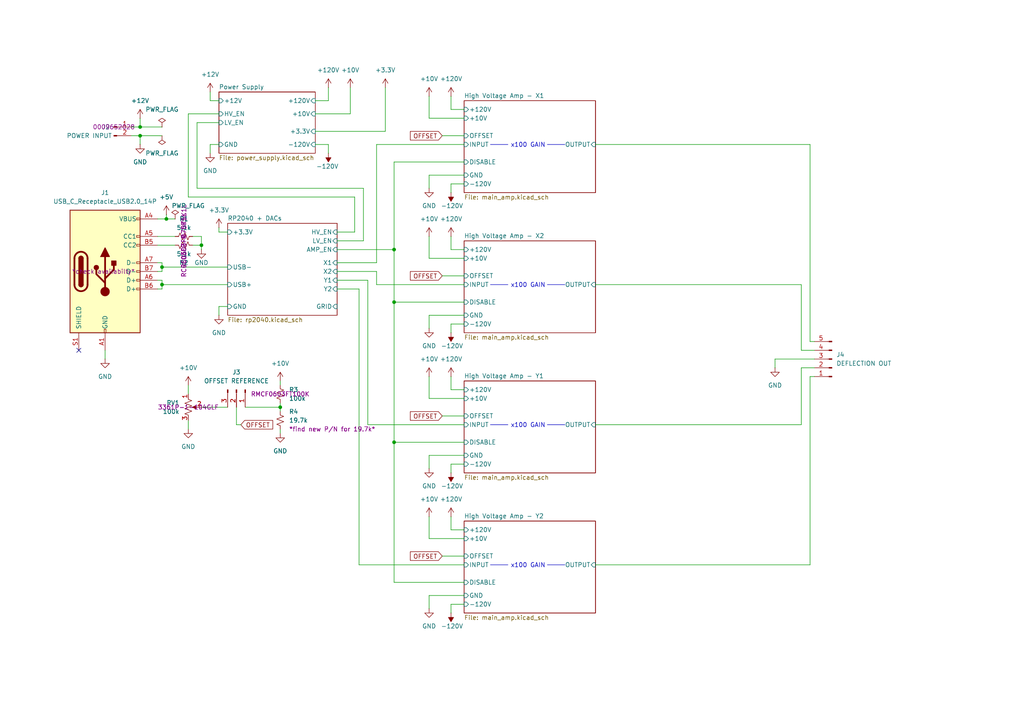
<source format=kicad_sch>
(kicad_sch (version 20250114) (generator "eeschema") (generator_version "9.0")
  (paper "A4")
  (lib_symbols
    (symbol "Connector:Conn_01x02_Pin" (pin_names (offset 1.016) (hide yes))
      (property "Reference" "J" (at 0 2.54 0))
      (property "Value" "Conn_01x02_Pin" (at 0 -5.08 0))
      (symbol "Conn_01x02_Pin_1_1"
        (rectangle (start 0.8636 0.127) (end 0 -0.127) (stroke (width 0.1524)) (fill (type outline)))
        (rectangle (start 0.8636 -2.413) (end 0 -2.667) (stroke (width 0.1524)) (fill (type outline)))
        (polyline (pts (xy 1.27 0) (xy 0.8636 0)) (stroke (width 0.1524)))
        (polyline (pts (xy 1.27 -2.54) (xy 0.8636 -2.54)) (stroke (width 0.1524)))
        (pin passive line (at 5.08 0 180) (length 3.81) (name "Pin_1") (number "1"))
        (pin passive line (at 5.08 -2.54 180) (length 3.81) (name "Pin_2") (number "2"))
      )
    )
    (symbol "Connector:Conn_01x03_Pin" (pin_names (offset 1.016) (hide yes))
      (property "Reference" "J" (at 0 5.08 0))
      (property "Value" "Conn_01x03_Pin" (at 0 -5.08 0))
      (symbol "Conn_01x03_Pin_1_1"
        (rectangle (start 0.8636 2.667) (end 0 2.413) (stroke (width 0.1524)) (fill (type outline)))
        (rectangle (start 0.8636 0.127) (end 0 -0.127) (stroke (width 0.1524)) (fill (type outline)))
        (rectangle (start 0.8636 -2.413) (end 0 -2.667) (stroke (width 0.1524)) (fill (type outline)))
        (polyline (pts (xy 1.27 2.54) (xy 0.8636 2.54)) (stroke (width 0.1524)))
        (polyline (pts (xy 1.27 0) (xy 0.8636 0)) (stroke (width 0.1524)))
        (polyline (pts (xy 1.27 -2.54) (xy 0.8636 -2.54)) (stroke (width 0.1524)))
        (pin passive line (at 5.08 2.54 180) (length 3.81) (name "Pin_1") (number "1"))
        (pin passive line (at 5.08 0 180) (length 3.81) (name "Pin_2") (number "2"))
        (pin passive line (at 5.08 -2.54 180) (length 3.81) (name "Pin_3") (number "3"))
      )
    )
    (symbol "Connector:Conn_01x05_Pin" (pin_names (offset 1.016) (hide yes))
      (property "Reference" "J" (at 0 7.62 0))
      (property "Value" "Conn_01x05_Pin" (at 0 -7.62 0))
      (symbol "Conn_01x05_Pin_1_1"
        (rectangle (start 0.8636 5.207) (end 0 4.953) (stroke (width 0.1524)) (fill (type outline)))
        (rectangle (start 0.8636 2.667) (end 0 2.413) (stroke (width 0.1524)) (fill (type outline)))
        (rectangle (start 0.8636 0.127) (end 0 -0.127) (stroke (width 0.1524)) (fill (type outline)))
        (rectangle (start 0.8636 -2.413) (end 0 -2.667) (stroke (width 0.1524)) (fill (type outline)))
        (rectangle (start 0.8636 -4.953) (end 0 -5.207) (stroke (width 0.1524)) (fill (type outline)))
        (polyline (pts (xy 1.27 5.08) (xy 0.8636 5.08)) (stroke (width 0.1524)))
        (polyline (pts (xy 1.27 2.54) (xy 0.8636 2.54)) (stroke (width 0.1524)))
        (polyline (pts (xy 1.27 0) (xy 0.8636 0)) (stroke (width 0.1524)))
        (polyline (pts (xy 1.27 -2.54) (xy 0.8636 -2.54)) (stroke (width 0.1524)))
        (polyline (pts (xy 1.27 -5.08) (xy 0.8636 -5.08)) (stroke (width 0.1524)))
        (pin passive line (at 5.08 5.08 180) (length 3.81) (name "Pin_1") (number "1"))
        (pin passive line (at 5.08 2.54 180) (length 3.81) (name "Pin_2") (number "2"))
        (pin passive line (at 5.08 0 180) (length 3.81) (name "Pin_3") (number "3"))
        (pin passive line (at 5.08 -2.54 180) (length 3.81) (name "Pin_4") (number "4"))
        (pin passive line (at 5.08 -5.08 180) (length 3.81) (name "Pin_5") (number "5"))
      )
    )
    (symbol "Connector:USB_C_Receptacle_USB2.0_14P" (pin_names (offset 1.016))
      (property "Reference" "J" (at 0 22.225 0))
      (property "Value" "USB_C_Receptacle_USB2.0_14P" (at 0 19.685 0))
      (symbol "USB_C_Receptacle_USB2.0_14P_0_0"
        (rectangle (start -0.254 -17.78) (end 0.254 -16.764))
        (rectangle (start 10.16 15.494) (end 9.144 14.986))
        (rectangle (start 10.16 10.414) (end 9.144 9.906))
        (rectangle (start 10.16 7.874) (end 9.144 7.366))
        (rectangle (start 10.16 2.794) (end 9.144 2.286))
        (rectangle (start 10.16 0.254) (end 9.144 -0.254))
        (rectangle (start 10.16 -2.286) (end 9.144 -2.794))
        (rectangle (start 10.16 -4.826) (end 9.144 -5.334))
      )
      (symbol "USB_C_Receptacle_USB2.0_14P_0_1"
        (rectangle (start -10.16 17.78) (end 10.16 -17.78) (stroke (width 0.254)) (fill (type background)))
        (polyline (pts (xy -8.89 -3.81) (xy -8.89 3.81)) (stroke (width 0.508)))
        (rectangle (start -7.62 -3.81) (end -6.35 3.81) (stroke (width 0.254)) (fill (type outline)))
        (arc (start -7.62 3.81) (mid -6.985 4.4423) (end -6.35 3.81) (stroke (width 0.254)))
        (arc (start -7.62 3.81) (mid -6.985 4.4423) (end -6.35 3.81) (stroke (width 0.254)) (fill (type outline)))
        (arc (start -8.89 3.81) (mid -6.985 5.7067) (end -5.08 3.81) (stroke (width 0.508)))
        (arc (start -5.08 -3.81) (mid -6.985 -5.7067) (end -8.89 -3.81) (stroke (width 0.508)))
        (arc (start -6.35 -3.81) (mid -6.985 -4.4423) (end -7.62 -3.81) (stroke (width 0.254)))
        (arc (start -6.35 -3.81) (mid -6.985 -4.4423) (end -7.62 -3.81) (stroke (width 0.254)) (fill (type outline)))
        (polyline (pts (xy -5.08 3.81) (xy -5.08 -3.81)) (stroke (width 0.508)))
        (circle (center -2.54 1.143) (radius 0.635) (stroke (width 0.254)) (fill (type outline)))
        (polyline (pts (xy -1.27 4.318) (xy 0 6.858) (xy 1.27 4.318) (xy -1.27 4.318)) (stroke (width 0.254)) (fill (type outline)))
        (polyline (pts (xy 0 -2.032) (xy 2.54 0.508) (xy 2.54 1.778)) (stroke (width 0.508)))
        (polyline (pts (xy 0 -3.302) (xy -2.54 -0.762) (xy -2.54 0.508)) (stroke (width 0.508)))
        (polyline (pts (xy 0 -5.842) (xy 0 4.318)) (stroke (width 0.508)))
        (circle (center 0 -5.842) (radius 1.27) (fill (type outline)))
        (rectangle (start 1.905 1.778) (end 3.175 3.048) (stroke (width 0.254)) (fill (type outline)))
      )
      (symbol "USB_C_Receptacle_USB2.0_14P_1_1"
        (pin passive line (at -7.62 -22.86 90) (length 5.08) (name "SHIELD") (number "S1"))
        (pin passive line (at 0 -22.86 90) (length 5.08) (name "GND") (number "A1"))
        (pin passive line (at 0 -22.86 90) (length 5.08) (hide yes) (name "GND") (number "A12"))
        (pin passive line (at 0 -22.86 90) (length 5.08) (hide yes) (name "GND") (number "B1"))
        (pin passive line (at 0 -22.86 90) (length 5.08) (hide yes) (name "GND") (number "B12"))
        (pin passive line (at 15.24 15.24 180) (length 5.08) (name "VBUS") (number "A4"))
        (pin passive line (at 15.24 15.24 180) (length 5.08) (hide yes) (name "VBUS") (number "A9"))
        (pin passive line (at 15.24 15.24 180) (length 5.08) (hide yes) (name "VBUS") (number "B4"))
        (pin passive line (at 15.24 15.24 180) (length 5.08) (hide yes) (name "VBUS") (number "B9"))
        (pin bidirectional line (at 15.24 10.16 180) (length 5.08) (name "CC1") (number "A5"))
        (pin bidirectional line (at 15.24 7.62 180) (length 5.08) (name "CC2") (number "B5"))
        (pin bidirectional line (at 15.24 2.54 180) (length 5.08) (name "D-") (number "A7"))
        (pin bidirectional line (at 15.24 0 180) (length 5.08) (name "D-") (number "B7"))
        (pin bidirectional line (at 15.24 -2.54 180) (length 5.08) (name "D+") (number "A6"))
        (pin bidirectional line (at 15.24 -5.08 180) (length 5.08) (name "D+") (number "B6"))
      )
    )
    (symbol "Device:R_Potentiometer_US" (pin_names (offset 1.016) (hide yes))
      (property "Reference" "RV" (at -4.445 0 90))
      (property "Value" "R_Potentiometer_US" (at -2.54 0 90))
      (symbol "R_Potentiometer_US_0_1"
        (polyline (pts (xy 0 2.54) (xy 0 2.286)))
        (polyline (pts (xy 0 2.286) (xy 1.016 1.905) (xy 0 1.524) (xy -1.016 1.143) (xy 0 0.762)))
        (polyline (pts (xy 0 0.762) (xy 1.016 0.381) (xy 0 0) (xy -1.016 -0.381) (xy 0 -0.762)))
        (polyline (pts (xy 0 -0.762) (xy 1.016 -1.143) (xy 0 -1.524) (xy -1.016 -1.905) (xy 0 -2.286)))
        (polyline (pts (xy 0 -2.286) (xy 0 -2.54)))
        (polyline (pts (xy 1.143 0) (xy 2.286 0.508) (xy 2.286 -0.508) (xy 1.143 0)) (fill (type outline)))
        (polyline (pts (xy 2.54 0) (xy 1.524 0)))
      )
      (symbol "R_Potentiometer_US_1_1"
        (pin passive line (at 0 3.81 270) (length 1.27) (name "1") (number "1"))
        (pin passive line (at 0 -3.81 90) (length 1.27) (name "3") (number "3"))
        (pin passive line (at 3.81 0 180) (length 1.27) (name "2") (number "2"))
      )
    )
    (symbol "Device:R_Small_US" (pin_numbers (hide yes)) (pin_names (offset 0.254) (hide yes))
      (property "Reference" "R" (at 0.762 0.508 0))
      (property "Value" "R_Small_US" (at 0.762 -1.016 0))
      (symbol "R_Small_US_1_1"
        (polyline (pts (xy 0 1.524) (xy 1.016 1.143) (xy 0 0.762) (xy -1.016 0.381) (xy 0 0)))
        (polyline (pts (xy 0 0) (xy 1.016 -0.381) (xy 0 -0.762) (xy -1.016 -1.143) (xy 0 -1.524)))
        (pin passive line (at 0 2.54 270) (length 1.016) (name "~") (number "1"))
        (pin passive line (at 0 -2.54 90) (length 1.016) (name "~") (number "2"))
      )
    )
    (symbol "power:+10V" (power) (pin_numbers (hide yes)) (pin_names (offset 0) (hide yes))
      (property "Value" "+10V" (at 0 3.556 0))
      (symbol "+10V_0_1"
        (polyline (pts (xy -0.762 1.27) (xy 0 2.54)))
        (polyline (pts (xy 0 2.54) (xy 0.762 1.27)))
        (polyline (pts (xy 0 0) (xy 0 2.54)))
      )
      (symbol "+10V_1_1"
        (pin power_in line (at 0 0 90) (length 0) (name "~") (number "1"))
      )
    )
    (symbol "power:+12V" (power) (pin_numbers (hide yes)) (pin_names (offset 0) (hide yes))
      (property "Value" "+12V" (at 0 3.556 0))
      (symbol "+12V_0_1"
        (polyline (pts (xy -0.762 1.27) (xy 0 2.54)))
        (polyline (pts (xy 0 2.54) (xy 0.762 1.27)))
        (polyline (pts (xy 0 0) (xy 0 2.54)))
      )
      (symbol "+12V_1_1"
        (pin power_in line (at 0 0 90) (length 0) (name "~") (number "1"))
      )
    )
    (symbol "power:+3.3V" (power) (pin_numbers (hide yes)) (pin_names (offset 0) (hide yes))
      (property "Value" "+3.3V" (at 0 3.556 0))
      (symbol "+3.3V_0_1"
        (polyline (pts (xy -0.762 1.27) (xy 0 2.54)))
        (polyline (pts (xy 0 2.54) (xy 0.762 1.27)))
        (polyline (pts (xy 0 0) (xy 0 2.54)))
      )
      (symbol "+3.3V_1_1"
        (pin power_in line (at 0 0 90) (length 0) (name "~") (number "1"))
      )
    )
    (symbol "power:+48V" (power) (pin_numbers (hide yes)) (pin_names (offset 0) (hide yes))
      (property "Value" "+48V" (at 0 3.556 0))
      (symbol "+48V_0_1"
        (polyline (pts (xy -0.762 1.27) (xy 0 2.54)))
        (polyline (pts (xy 0 2.54) (xy 0.762 1.27)))
        (polyline (pts (xy 0 0) (xy 0 2.54)))
      )
      (symbol "+48V_1_1"
        (pin power_in line (at 0 0 90) (length 0) (name "~") (number "1"))
      )
    )
    (symbol "power:+5V" (power) (pin_numbers (hide yes)) (pin_names (offset 0) (hide yes))
      (property "Value" "+5V" (at 0 3.556 0))
      (symbol "+5V_0_1"
        (polyline (pts (xy -0.762 1.27) (xy 0 2.54)))
        (polyline (pts (xy 0 2.54) (xy 0.762 1.27)))
        (polyline (pts (xy 0 0) (xy 0 2.54)))
      )
      (symbol "+5V_1_1"
        (pin power_in line (at 0 0 90) (length 0) (name "~") (number "1"))
      )
    )
    (symbol "power:-48V" (power) (pin_numbers (hide yes)) (pin_names (offset 0) (hide yes))
      (property "Value" "-48V" (at 0 3.556 0))
      (symbol "-48V_0_0"
        (pin power_in line (at 0 0 90) (length 0) (name "~") (number "1"))
      )
      (symbol "-48V_0_1"
        (polyline (pts (xy 0 0) (xy 0 1.27) (xy 0.762 1.27) (xy 0 2.54) (xy -0.762 1.27) (xy 0 1.27)) (fill (type outline)))
      )
    )
    (symbol "power:GND" (power) (pin_numbers (hide yes)) (pin_names (offset 0) (hide yes))
      (property "Value" "GND" (at 0 -3.81 0))
      (symbol "GND_0_1"
        (polyline (pts (xy 0 0) (xy 0 -1.27) (xy 1.27 -1.27) (xy 0 -2.54) (xy -1.27 -1.27) (xy 0 -1.27)))
      )
      (symbol "GND_1_1"
        (pin power_in line (at 0 0 270) (length 0) (name "~") (number "1"))
      )
    )
    (symbol "power:PWR_FLAG" (power) (pin_numbers (hide yes)) (pin_names (offset 0) (hide yes))
      (property "Value" "PWR_FLAG" (at 0 3.81 0))
      (symbol "PWR_FLAG_0_0"
        (pin power_out line (at 0 0 90) (length 0) (name "~") (number "1"))
      )
      (symbol "PWR_FLAG_0_1"
        (polyline (pts (xy 0 0) (xy 0 1.27) (xy -1.016 1.905) (xy 0 2.54) (xy 1.016 1.905) (xy 0 1.27)))
      )
    )
  )
  (text "x100 GAIN\n" (at 153.162 123.444 0) (effects (font (size 1.27 1.27))))
  (text "x100 GAIN\n" (at 153.162 164.084 0) (effects (font (size 1.27 1.27))))
  (text "x100 GAIN\n" (at 153.162 42.164 0) (effects (font (size 1.27 1.27))))
  (text "x100 GAIN\n" (at 153.162 82.804 0) (effects (font (size 1.27 1.27))))
  (junction (at 46.99 77.47))
  (junction (at 40.64 39.37))
  (junction (at 48.26 63.5))
  (junction (at 114.3 72.39))
  (junction (at 81.28 118.11))
  (junction (at 46.99 82.55))
  (junction (at 114.3 87.63))
  (junction (at 114.3 128.27))
  (junction (at 40.64 36.83))
  (junction (at 58.42 71.12))
  (no_connect (at 22.86 101.6))
  (wire (pts (xy 45.72 81.28) (xy 46.99 81.28)))
  (wire (pts (xy 114.3 128.27) (xy 134.62 128.27)))
  (wire (pts (xy 91.44 41.91) (xy 95.25 41.91)))
  (wire (pts (xy 40.64 36.83) (xy 46.99 36.83)))
  (wire (pts (xy 124.46 156.21) (xy 124.46 149.86)))
  (wire (pts (xy 46.99 82.55) (xy 66.04 82.55)))
  (wire (pts (xy 58.42 118.11) (xy 66.04 118.11)))
  (wire (pts (xy 130.81 27.94) (xy 130.81 31.75)))
  (wire (pts (xy 124.46 91.44) (xy 134.62 91.44)))
  (wire (pts (xy 124.46 176.53) (xy 124.46 172.72)))
  (wire (pts (xy 134.62 134.62) (xy 130.81 134.62)))
  (polyline (pts (xy 158.75 163.83) (xy 163.83 163.83)))
  (wire (pts (xy 109.22 41.91) (xy 109.22 76.2)))
  (wire (pts (xy 91.44 38.1) (xy 111.76 38.1)))
  (wire (pts (xy 48.26 62.23) (xy 48.26 63.5)))
  (wire (pts (xy 57.15 54.61) (xy 105.41 54.61)))
  (wire (pts (xy 234.95 109.22) (xy 234.95 163.83)))
  (wire (pts (xy 81.28 124.46) (xy 81.28 125.73)))
  (wire (pts (xy 45.72 76.2) (xy 46.99 76.2)))
  (wire (pts (xy 66.04 67.31) (xy 63.5 67.31)))
  (wire (pts (xy 40.64 41.91) (xy 40.64 39.37)))
  (wire (pts (xy 134.62 72.39) (xy 130.81 72.39)))
  (wire (pts (xy 58.42 68.58) (xy 58.42 71.12)))
  (wire (pts (xy 91.44 33.02) (xy 101.6 33.02)))
  (wire (pts (xy 172.72 82.55) (xy 232.41 82.55)))
  (wire (pts (xy 58.42 71.12) (xy 58.42 72.39)))
  (wire (pts (xy 105.41 54.61) (xy 105.41 69.85)))
  (wire (pts (xy 124.46 135.89) (xy 124.46 132.08)))
  (wire (pts (xy 40.64 39.37) (xy 46.99 39.37)))
  (wire (pts (xy 109.22 76.2) (xy 97.79 76.2)))
  (wire (pts (xy 71.12 118.11) (xy 81.28 118.11)))
  (wire (pts (xy 97.79 83.82) (xy 104.14 83.82)))
  (wire (pts (xy 45.72 78.74) (xy 46.99 78.74)))
  (wire (pts (xy 134.62 175.26) (xy 130.81 175.26)))
  (wire (pts (xy 134.62 34.29) (xy 124.46 34.29)))
  (wire (pts (xy 124.46 50.8) (xy 134.62 50.8)))
  (wire (pts (xy 128.27 39.37) (xy 134.62 39.37)))
  (polyline (pts (xy 158.75 82.55) (xy 163.83 82.55)))
  (wire (pts (xy 54.61 33.02) (xy 63.5 33.02)))
  (wire (pts (xy 63.5 29.21) (xy 60.96 29.21)))
  (wire (pts (xy 234.95 99.06) (xy 234.95 41.91)))
  (wire (pts (xy 124.46 115.57) (xy 124.46 109.22)))
  (wire (pts (xy 114.3 87.63) (xy 114.3 72.39)))
  (wire (pts (xy 134.62 31.75) (xy 130.81 31.75)))
  (polyline (pts (xy 142.24 82.55) (xy 147.32 82.55)))
  (wire (pts (xy 232.41 123.19) (xy 232.41 106.68)))
  (wire (pts (xy 134.62 82.55) (xy 109.22 82.55)))
  (wire (pts (xy 48.26 63.5) (xy 50.8 63.5)))
  (wire (pts (xy 114.3 168.91) (xy 114.3 128.27)))
  (wire (pts (xy 114.3 46.99) (xy 134.62 46.99)))
  (wire (pts (xy 38.1 36.83) (xy 40.64 36.83)))
  (wire (pts (xy 101.6 33.02) (xy 101.6 25.4)))
  (wire (pts (xy 124.46 54.61) (xy 124.46 50.8)))
  (wire (pts (xy 30.48 101.6) (xy 30.48 104.14)))
  (wire (pts (xy 130.81 149.86) (xy 130.81 153.67)))
  (wire (pts (xy 95.25 25.4) (xy 95.25 29.21)))
  (wire (pts (xy 124.46 95.25) (xy 124.46 91.44)))
  (wire (pts (xy 124.46 74.93) (xy 124.46 68.58)))
  (wire (pts (xy 134.62 115.57) (xy 124.46 115.57)))
  (wire (pts (xy 68.58 118.11) (xy 68.58 123.19)))
  (wire (pts (xy 102.87 57.15) (xy 54.61 57.15)))
  (wire (pts (xy 46.99 77.47) (xy 46.99 78.74)))
  (wire (pts (xy 97.79 72.39) (xy 114.3 72.39)))
  (wire (pts (xy 134.62 168.91) (xy 114.3 168.91)))
  (wire (pts (xy 114.3 72.39) (xy 114.3 46.99)))
  (wire (pts (xy 54.61 121.92) (xy 54.61 124.46)))
  (wire (pts (xy 40.64 39.37) (xy 38.1 39.37)))
  (wire (pts (xy 124.46 172.72) (xy 134.62 172.72)))
  (wire (pts (xy 54.61 111.76) (xy 54.61 114.3)))
  (wire (pts (xy 45.72 68.58) (xy 50.8 68.58)))
  (wire (pts (xy 128.27 161.29) (xy 134.62 161.29)))
  (wire (pts (xy 134.62 93.98) (xy 130.81 93.98)))
  (wire (pts (xy 63.5 91.44) (xy 63.5 88.9)))
  (wire (pts (xy 134.62 87.63) (xy 114.3 87.63)))
  (polyline (pts (xy 142.24 163.83) (xy 147.32 163.83)))
  (wire (pts (xy 54.61 57.15) (xy 54.61 33.02)))
  (wire (pts (xy 130.81 93.98) (xy 130.81 96.52)))
  (wire (pts (xy 232.41 101.6) (xy 236.22 101.6)))
  (wire (pts (xy 60.96 41.91) (xy 63.5 41.91)))
  (wire (pts (xy 234.95 41.91) (xy 172.72 41.91)))
  (wire (pts (xy 97.79 69.85) (xy 105.41 69.85)))
  (wire (pts (xy 106.68 123.19) (xy 134.62 123.19)))
  (wire (pts (xy 232.41 82.55) (xy 232.41 101.6)))
  (wire (pts (xy 130.81 109.22) (xy 130.81 113.03)))
  (wire (pts (xy 236.22 109.22) (xy 234.95 109.22)))
  (wire (pts (xy 130.81 68.58) (xy 130.81 72.39)))
  (wire (pts (xy 95.25 41.91) (xy 95.25 44.45)))
  (wire (pts (xy 81.28 118.11) (xy 81.28 119.38)))
  (wire (pts (xy 130.81 134.62) (xy 130.81 137.16)))
  (wire (pts (xy 234.95 163.83) (xy 172.72 163.83)))
  (wire (pts (xy 40.64 34.29) (xy 40.64 36.83)))
  (wire (pts (xy 130.81 53.34) (xy 130.81 55.88)))
  (wire (pts (xy 68.58 123.19) (xy 69.85 123.19)))
  (wire (pts (xy 97.79 67.31) (xy 102.87 67.31)))
  (wire (pts (xy 46.99 81.28) (xy 46.99 82.55)))
  (wire (pts (xy 91.44 29.21) (xy 95.25 29.21)))
  (wire (pts (xy 128.27 120.65) (xy 134.62 120.65)))
  (wire (pts (xy 236.22 99.06) (xy 234.95 99.06)))
  (polyline (pts (xy 158.75 41.91) (xy 163.83 41.91)))
  (wire (pts (xy 60.96 44.45) (xy 60.96 41.91)))
  (wire (pts (xy 60.96 26.67) (xy 60.96 29.21)))
  (wire (pts (xy 97.79 81.28) (xy 106.68 81.28)))
  (wire (pts (xy 236.22 104.14) (xy 224.79 104.14)))
  (wire (pts (xy 134.62 163.83) (xy 104.14 163.83)))
  (wire (pts (xy 45.72 83.82) (xy 46.99 83.82)))
  (polyline (pts (xy 158.75 123.19) (xy 163.83 123.19)))
  (wire (pts (xy 57.15 35.56) (xy 57.15 54.61)))
  (wire (pts (xy 128.27 80.01) (xy 134.62 80.01)))
  (wire (pts (xy 106.68 81.28) (xy 106.68 123.19)))
  (wire (pts (xy 111.76 38.1) (xy 111.76 25.4)))
  (polyline (pts (xy 142.24 41.91) (xy 147.32 41.91)))
  (wire (pts (xy 124.46 132.08) (xy 134.62 132.08)))
  (wire (pts (xy 63.5 88.9) (xy 66.04 88.9)))
  (wire (pts (xy 134.62 156.21) (xy 124.46 156.21)))
  (wire (pts (xy 104.14 163.83) (xy 104.14 83.82)))
  (wire (pts (xy 224.79 104.14) (xy 224.79 106.68)))
  (wire (pts (xy 134.62 41.91) (xy 109.22 41.91)))
  (wire (pts (xy 46.99 77.47) (xy 66.04 77.47)))
  (wire (pts (xy 46.99 76.2) (xy 46.99 77.47)))
  (wire (pts (xy 134.62 113.03) (xy 130.81 113.03)))
  (wire (pts (xy 63.5 35.56) (xy 57.15 35.56)))
  (wire (pts (xy 97.79 78.74) (xy 109.22 78.74)))
  (wire (pts (xy 102.87 57.15) (xy 102.87 67.31)))
  (wire (pts (xy 130.81 175.26) (xy 130.81 177.8)))
  (wire (pts (xy 114.3 87.63) (xy 114.3 128.27)))
  (wire (pts (xy 124.46 34.29) (xy 124.46 27.94)))
  (wire (pts (xy 46.99 82.55) (xy 46.99 83.82)))
  (wire (pts (xy 45.72 71.12) (xy 50.8 71.12)))
  (wire (pts (xy 63.5 66.04) (xy 63.5 67.31)))
  (wire (pts (xy 134.62 53.34) (xy 130.81 53.34)))
  (wire (pts (xy 55.88 68.58) (xy 58.42 68.58)))
  (wire (pts (xy 232.41 106.68) (xy 236.22 106.68)))
  (polyline (pts (xy 142.24 123.19) (xy 147.32 123.19)))
  (wire (pts (xy 134.62 153.67) (xy 130.81 153.67)))
  (wire (pts (xy 81.28 116.84) (xy 81.28 118.11)))
  (wire (pts (xy 109.22 82.55) (xy 109.22 78.74)))
  (wire (pts (xy 172.72 123.19) (xy 232.41 123.19)))
  (wire (pts (xy 45.72 63.5) (xy 48.26 63.5)))
  (wire (pts (xy 134.62 74.93) (xy 124.46 74.93)))
  (wire (pts (xy 55.88 71.12) (xy 58.42 71.12)))
  (wire (pts (xy 81.28 110.49) (xy 81.28 111.76)))
  (global_label "OFFSET" (shape input) (at 128.27 161.29 180) (property "Intersheetrefs" "${INTERSHEET_REFS}" (effects (hide yes))))
  (global_label "OFFSET" (shape input) (at 69.85 123.19 0) (property "Intersheetrefs" "${INTERSHEET_REFS}" (effects (hide yes))))
  (global_label "OFFSET" (shape input) (at 128.27 80.01 180) (property "Intersheetrefs" "${INTERSHEET_REFS}" (effects (hide yes))))
  (global_label "OFFSET" (shape input) (at 128.27 120.65 180) (property "Intersheetrefs" "${INTERSHEET_REFS}" (effects (hide yes))))
  (global_label "OFFSET" (shape input) (at 128.27 39.37 180) (property "Intersheetrefs" "${INTERSHEET_REFS}" (effects (hide yes))))
  (symbol (lib_id "Device:R_Small_US") (at 81.28 114.3 0) (unit 1)
    (property "Reference" "R3" (at 83.82 113.0299 0) (effects (justify left)))
    (property "Value" "100k" (at 83.82 115.5699 0) (effects (justify left)))
    (property "Footprint" "Resistor_SMD:R_0603_1608Metric" (effects (hide yes)))
    (property "Description" "Resistor, small US symbol" (effects (hide yes)))
    (property "Digikey P/N" "RMCF0603FT100K" (at 81.28 114.3 0))
  )
  (symbol (lib_id "power:GND") (at 30.48 104.14 0) (unit 1)
    (property "Reference" "#PWR01" (effects (hide yes)))
    (property "Value" "GND" (at 30.48 109.22 0))
    (property "Description" "Power symbol creates a global label with name \"GND\" , ground" (effects (hide yes)))
  )
  (symbol (lib_id "Connector:Conn_01x05_Pin") (at 241.3 104.14 180) (unit 1)
    (property "Reference" "J4" (at 242.57 102.8699 0) (effects (justify right)))
    (property "Value" "DEFLECTION OUT" (at 242.57 105.4099 0) (effects (justify right)))
    (property "Footprint" "Connector_Molex:Molex_KK-396_5273-05A_1x05_P3.96mm_Vertical" (effects (hide yes)))
    (property "Description" "Generic connector, single row, 01x05, script generated" (effects (hide yes)))
  )
  (symbol (lib_id "Connector:USB_C_Receptacle_USB2.0_14P") (at 30.48 78.74 0) (unit 1)
    (property "Reference" "J1" (at 30.48 55.88 0))
    (property "Value" "USB_C_Receptacle_USB2.0_14P" (at 30.48 58.42 0))
    (property "Footprint" "Connector_USB:USB_C_Receptacle_HRO_TYPE-C-31-M-17" (effects (hide yes)))
    (property "Datasheet" "https://www.usb.org/sites/default/files/documents/usb_type-c.zip" (effects (hide yes)))
    (property "Description" "USB 2.0-only 14P Type-C Receptacle connector" (effects (hide yes)))
    (property "Digikey P/N" "*check availabilty* " (at 30.48 78.74 0))
  )
  (symbol (lib_id "power:GND") (at 58.42 72.39 0) (unit 1)
    (property "Reference" "#PWR07" (effects (hide yes)))
    (property "Value" "GND" (at 58.42 76.2 0))
    (property "Description" "Power symbol creates a global label with name \"GND\" , ground" (effects (hide yes)))
  )
  (symbol (lib_id "power:GND") (at 124.46 176.53 0) (unit 1)
    (property "Reference" "#PWR025" (effects (hide yes)))
    (property "Value" "GND" (at 124.46 181.61 0))
    (property "Description" "Power symbol creates a global label with name \"GND\" , ground" (effects (hide yes)))
  )
  (symbol (lib_id "Device:R_Small_US") (at 53.34 71.12 90) (mirror x) (unit 1)
    (property "Reference" "R2" (at 53.34 76.2 90))
    (property "Value" "5.1k" (at 53.34 73.66 90))
    (property "Footprint" "Resistor_SMD:R_0603_1608Metric" (effects (hide yes)))
    (property "Description" "Resistor, small US symbol" (effects (hide yes)))
    (property "Digikey P/N" "RC0603FR-075K1L" (at 53.34 71.12 0))
  )
  (symbol (lib_id "power:+12V") (at 40.64 34.29 0) (mirror y) (unit 1)
    (property "Reference" "#PWR02" (effects (hide yes)))
    (property "Value" "+12V" (at 40.64 29.21 0))
    (property "Description" "Power symbol creates a global label with name \"+12V\"" (effects (hide yes)))
  )
  (symbol (lib_id "power:GND") (at 60.96 44.45 0) (unit 1)
    (property "Reference" "#PWR09" (effects (hide yes)))
    (property "Value" "GND" (at 60.96 49.53 0))
    (property "Description" "Power symbol creates a global label with name \"GND\" , ground" (effects (hide yes)))
  )
  (symbol (lib_id "power:-48V") (at 95.25 44.45 180) (unit 1)
    (property "Reference" "#PWR015" (effects (hide yes)))
    (property "Value" "-120V" (at 91.694 48.26 0) (effects (justify right)))
    (property "Description" "Power symbol creates a global label with name \"-48V\"" (effects (hide yes)))
  )
  (symbol (lib_id "power:PWR_FLAG") (at 46.99 36.83 0) (unit 1)
    (property "Reference" "#FLG01" (effects (hide yes)))
    (property "Value" "PWR_FLAG" (at 46.99 31.75 0))
    (property "Description" "Special symbol for telling ERC where power comes from" (effects (hide yes)))
  )
  (symbol (lib_id "Device:R_Potentiometer_US") (at 54.61 118.11 0) (unit 1)
    (property "Reference" "RV1" (at 52.07 116.8399 0) (effects (justify right)))
    (property "Value" "100k" (at 52.07 119.3799 0) (effects (justify right)))
    (property "Footprint" "Potentiometer_SMD:Potentiometer_Vishay_TS53YJ_Vertical" (effects (hide yes)))
    (property "Description" "Potentiometer, US symbol" (effects (hide yes)))
    (property "Digikey P/N" "3361P-1-104GLF" (at 54.61 118.11 0))
  )
  (symbol (lib_id "power:GND") (at 54.61 124.46 0) (unit 1)
    (property "Reference" "#PWR06" (effects (hide yes)))
    (property "Value" "GND" (at 54.61 129.54 0))
    (property "Description" "Power symbol creates a global label with name \"GND\" , ground" (effects (hide yes)))
  )
  (symbol (lib_id "power:+48V") (at 130.81 149.86 0) (mirror y) (unit 1)
    (property "Reference" "#PWR032" (effects (hide yes)))
    (property "Value" "+120V" (at 134.112 144.78 0) (effects (justify left)))
    (property "Description" "Power symbol creates a global label with name \"+48V\"" (effects (hide yes)))
  )
  (symbol (lib_id "power:+10V") (at 81.28 110.49 0) (unit 1)
    (property "Reference" "#PWR012" (effects (hide yes)))
    (property "Value" "+10V" (at 81.28 105.41 0))
    (property "Description" "Power symbol creates a global label with name \"+10V\"" (effects (hide yes)))
  )
  (symbol (lib_id "power:+10V") (at 54.61 111.76 0) (unit 1)
    (property "Reference" "#PWR05" (effects (hide yes)))
    (property "Value" "+10V" (at 54.61 106.68 0))
    (property "Description" "Power symbol creates a global label with name \"+10V\"" (effects (hide yes)))
  )
  (symbol (lib_id "power:PWR_FLAG") (at 46.99 39.37 180) (unit 1)
    (property "Reference" "#FLG02" (effects (hide yes)))
    (property "Value" "PWR_FLAG" (at 46.99 44.45 0))
    (property "Description" "Special symbol for telling ERC where power comes from" (effects (hide yes)))
  )
  (symbol (lib_id "power:+10V") (at 124.46 109.22 0) (mirror y) (unit 1)
    (property "Reference" "#PWR022" (effects (hide yes)))
    (property "Value" "+10V" (at 124.46 104.14 0))
    (property "Description" "Power symbol creates a global label with name \"+10V\"" (effects (hide yes)))
  )
  (symbol (lib_id "power:+3.3V") (at 111.76 25.4 0) (unit 1)
    (property "Reference" "#PWR017" (effects (hide yes)))
    (property "Value" "+3.3V" (at 111.76 20.32 0))
    (property "Description" "Power symbol creates a global label with name \"+3.3V\"" (effects (hide yes)))
  )
  (symbol (lib_id "power:-48V") (at 130.81 137.16 0) (mirror x) (unit 1)
    (property "Reference" "#PWR031" (effects (hide yes)))
    (property "Value" "-120V" (at 134.366 140.97 0) (effects (justify right)))
    (property "Description" "Power symbol creates a global label with name \"-48V\"" (effects (hide yes)))
  )
  (symbol (lib_id "power:-48V") (at 130.81 55.88 0) (mirror x) (unit 1)
    (property "Reference" "#PWR027" (effects (hide yes)))
    (property "Value" "-120V" (at 134.366 59.69 0) (effects (justify right)))
    (property "Description" "Power symbol creates a global label with name \"-48V\"" (effects (hide yes)))
  )
  (symbol (lib_id "Device:R_Small_US") (at 81.28 121.92 0) (unit 1)
    (property "Reference" "R4" (at 83.82 119.3799 0) (effects (justify left)))
    (property "Value" "19.7k" (at 83.82 121.9199 0) (effects (justify left)))
    (property "Footprint" "Resistor_SMD:R_0603_1608Metric" (effects (hide yes)))
    (property "Description" "Resistor, small US symbol" (effects (hide yes)))
    (property "Digikey P/N" "*find new P/N for 19.7k*" (at 83.82 124.4599 0) (effects (justify left)))
  )
  (symbol (lib_id "Connector:Conn_01x02_Pin") (at 33.02 36.83 0) (unit 1)
    (property "Reference" "J2" (at 30.734 36.83 0))
    (property "Value" "POWER INPUT" (at 25.908 39.37 0))
    (property "Footprint" "Connector_Molex:Molex_KK-396_5273-02A_1x02_P3.96mm_Vertical" (effects (hide yes)))
    (property "Description" "Generic connector, single row, 01x02, script generated" (effects (hide yes)))
    (property "Digikey P/N" "0009652028" (at 33.02 36.83 0))
  )
  (symbol (lib_id "power:+48V") (at 130.81 27.94 0) (mirror y) (unit 1)
    (property "Reference" "#PWR026" (effects (hide yes)))
    (property "Value" "+120V" (at 134.112 22.86 0) (effects (justify left)))
    (property "Description" "Power symbol creates a global label with name \"+48V\"" (effects (hide yes)))
  )
  (symbol (lib_id "power:+48V") (at 130.81 109.22 0) (mirror y) (unit 1)
    (property "Reference" "#PWR030" (effects (hide yes)))
    (property "Value" "+120V" (at 134.112 104.14 0) (effects (justify left)))
    (property "Description" "Power symbol creates a global label with name \"+48V\"" (effects (hide yes)))
  )
  (symbol (lib_id "power:+10V") (at 101.6 25.4 0) (unit 1)
    (property "Reference" "#PWR016" (effects (hide yes)))
    (property "Value" "+10V" (at 101.6 20.32 0))
    (property "Description" "Power symbol creates a global label with name \"+10V\"" (effects (hide yes)))
  )
  (symbol (lib_id "power:+48V") (at 130.81 68.58 0) (mirror y) (unit 1)
    (property "Reference" "#PWR028" (effects (hide yes)))
    (property "Value" "+120V" (at 134.112 63.5 0) (effects (justify left)))
    (property "Description" "Power symbol creates a global label with name \"+48V\"" (effects (hide yes)))
  )
  (symbol (lib_id "power:GND") (at 124.46 54.61 0) (unit 1)
    (property "Reference" "#PWR019" (effects (hide yes)))
    (property "Value" "GND" (at 124.46 59.69 0))
    (property "Description" "Power symbol creates a global label with name \"GND\" , ground" (effects (hide yes)))
  )
  (symbol (lib_id "power:+5V") (at 48.26 62.23 0) (unit 1)
    (property "Reference" "#PWR04" (effects (hide yes)))
    (property "Value" "+5V" (at 48.26 57.15 0))
    (property "Description" "Power symbol creates a global label with name \"+5V\"" (effects (hide yes)))
  )
  (symbol (lib_id "power:GND") (at 40.64 41.91 0) (mirror y) (unit 1)
    (property "Reference" "#PWR03" (effects (hide yes)))
    (property "Value" "GND" (at 40.64 46.99 0))
    (property "Description" "Power symbol creates a global label with name \"GND\" , ground" (effects (hide yes)))
  )
  (symbol (lib_id "power:-48V") (at 130.81 96.52 0) (mirror x) (unit 1)
    (property "Reference" "#PWR029" (effects (hide yes)))
    (property "Value" "-120V" (at 134.366 100.33 0) (effects (justify right)))
    (property "Description" "Power symbol creates a global label with name \"-48V\"" (effects (hide yes)))
  )
  (symbol (lib_id "power:+12V") (at 60.96 26.67 0) (unit 1)
    (property "Reference" "#PWR08" (effects (hide yes)))
    (property "Value" "+12V" (at 60.96 21.59 0))
    (property "Description" "Power symbol creates a global label with name \"+12V\"" (effects (hide yes)))
  )
  (symbol (lib_id "Device:R_Small_US") (at 53.34 68.58 90) (unit 1)
    (property "Reference" "R1" (at 53.34 63.5 90))
    (property "Value" "5.1k" (at 53.34 66.04 90))
    (property "Footprint" "Resistor_SMD:R_0603_1608Metric" (effects (hide yes)))
    (property "Description" "Resistor, small US symbol" (effects (hide yes)))
    (property "Digikey P/N" "RC0603FR-075K1L" (at 53.34 68.58 0))
  )
  (symbol (lib_id "power:GND") (at 224.79 106.68 0) (unit 1)
    (property "Reference" "#PWR034" (effects (hide yes)))
    (property "Value" "GND" (at 224.79 111.76 0))
    (property "Description" "Power symbol creates a global label with name \"GND\" , ground" (effects (hide yes)))
  )
  (symbol (lib_id "power:+48V") (at 95.25 25.4 0) (unit 1)
    (property "Reference" "#PWR014" (effects (hide yes)))
    (property "Value" "+120V" (at 91.948 20.32 0) (effects (justify left)))
    (property "Description" "Power symbol creates a global label with name \"+48V\"" (effects (hide yes)))
  )
  (symbol (lib_id "power:GND") (at 63.5 91.44 0) (unit 1)
    (property "Reference" "#PWR011" (effects (hide yes)))
    (property "Value" "GND" (at 63.5 96.52 0))
    (property "Description" "Power symbol creates a global label with name \"GND\" , ground" (effects (hide yes)))
  )
  (symbol (lib_id "power:GND") (at 124.46 95.25 0) (unit 1)
    (property "Reference" "#PWR021" (effects (hide yes)))
    (property "Value" "GND" (at 124.46 100.33 0))
    (property "Description" "Power symbol creates a global label with name \"GND\" , ground" (effects (hide yes)))
  )
  (symbol (lib_id "power:+3.3V") (at 63.5 66.04 0) (unit 1)
    (property "Reference" "#PWR010" (effects (hide yes)))
    (property "Value" "+3.3V" (at 63.5 60.96 0))
    (property "Description" "Power symbol creates a global label with name \"+3.3V\"" (effects (hide yes)))
  )
  (symbol (lib_id "power:+10V") (at 124.46 149.86 0) (mirror y) (unit 1)
    (property "Reference" "#PWR024" (effects (hide yes)))
    (property "Value" "+10V" (at 124.46 144.78 0))
    (property "Description" "Power symbol creates a global label with name \"+10V\"" (effects (hide yes)))
  )
  (symbol (lib_id "Connector:Conn_01x03_Pin") (at 68.58 113.03 270) (unit 1)
    (property "Reference" "J3" (at 68.58 107.95 90))
    (property "Value" "OFFSET REFERENCE" (at 68.58 110.49 90))
    (property "Footprint" "Connector_PinSocket_2.54mm:PinSocket_1x03_P2.54mm_Vertical" (effects (hide yes)))
    (property "Description" "Generic connector, single row, 01x03, script generated" (effects (hide yes)))
  )
  (symbol (lib_id "power:GND") (at 81.28 125.73 0) (unit 1)
    (property "Reference" "#PWR013" (effects (hide yes)))
    (property "Value" "GND" (at 81.28 130.81 0))
    (property "Description" "Power symbol creates a global label with name \"GND\" , ground" (effects (hide yes)))
  )
  (symbol (lib_id "power:+10V") (at 124.46 27.94 0) (mirror y) (unit 1)
    (property "Reference" "#PWR018" (effects (hide yes)))
    (property "Value" "+10V" (at 124.46 22.86 0))
    (property "Description" "Power symbol creates a global label with name \"+10V\"" (effects (hide yes)))
  )
  (symbol (lib_id "power:PWR_FLAG") (at 50.8 63.5 0) (unit 1)
    (property "Reference" "#FLG05" (effects (hide yes)))
    (property "Value" "PWR_FLAG" (at 54.61 59.69 0))
    (property "Description" "Special symbol for telling ERC where power comes from" (effects (hide yes)))
  )
  (symbol (lib_id "power:+10V") (at 124.46 68.58 0) (mirror y) (unit 1)
    (property "Reference" "#PWR020" (effects (hide yes)))
    (property "Value" "+10V" (at 124.46 63.5 0))
    (property "Description" "Power symbol creates a global label with name \"+10V\"" (effects (hide yes)))
  )
  (symbol (lib_id "power:GND") (at 124.46 135.89 0) (unit 1)
    (property "Reference" "#PWR023" (effects (hide yes)))
    (property "Value" "GND" (at 124.46 140.97 0))
    (property "Description" "Power symbol creates a global label with name \"GND\" , ground" (effects (hide yes)))
  )
  (symbol (lib_id "power:-48V") (at 130.81 177.8 0) (mirror x) (unit 1)
    (property "Reference" "#PWR033" (effects (hide yes)))
    (property "Value" "-120V" (at 134.366 181.61 0) (effects (justify right)))
    (property "Description" "Power symbol creates a global label with name \"-48V\"" (effects (hide yes)))
  )
  (sheet (at 63.5 26.67) (size 27.94 17.78) (stroke (width 0.1524))
    (property "Sheetname" "Power Supply" (at 63.5 25.9584 0) (effects (justify left bottom)))
    (property "Sheetfile" "power_supply.kicad_sch" (at 63.5 45.0346 0) (effects (justify left top)))
    (pin "+12V" input (at 63.5 29.21 180))
    (pin "GND" input (at 63.5 41.91 180))
    (pin "+3.3V" input (at 91.44 38.1 0))
    (pin "+10V" input (at 91.44 33.02 0))
    (pin "+120V" input (at 91.44 29.21 0))
    (pin "-120V" input (at 91.44 41.91 0))
    (pin "HV_EN" input (at 63.5 33.02 180))
    (pin "LV_EN" input (at 63.5 35.56 180))
  )
  (sheet (at 134.62 110.49) (size 38.1 26.67) (stroke (width 0.1524))
    (property "Sheetname" "High Voltage Amp - Y1" (at 134.62 109.7784 0) (effects (justify left bottom)))
    (property "Sheetfile" "main_amp.kicad_sch" (at 134.62 137.7446 0) (effects (justify left top)))
    (pin "+10V" input (at 134.62 115.57 180))
    (pin "GND" input (at 134.62 132.08 180))
    (pin "OUTPUT" input (at 172.72 123.19 0))
    (pin "INPUT" input (at 134.62 123.19 180))
    (pin "DISABLE" input (at 134.62 128.27 180))
    (pin "OFFSET" input (at 134.62 120.65 180))
    (pin "+120V" input (at 134.62 113.03 180))
    (pin "-120V" input (at 134.62 134.62 180))
  )
  (sheet (at 134.62 29.21) (size 38.1 26.67) (stroke (width 0.1524))
    (property "Sheetname" "High Voltage Amp - X1" (at 134.62 28.4984 0) (effects (justify left bottom)))
    (property "Sheetfile" "main_amp.kicad_sch" (at 134.62 56.4646 0) (effects (justify left top)))
    (pin "+10V" input (at 134.62 34.29 180))
    (pin "GND" input (at 134.62 50.8 180))
    (pin "OUTPUT" input (at 172.72 41.91 0))
    (pin "INPUT" input (at 134.62 41.91 180))
    (pin "DISABLE" input (at 134.62 46.99 180))
    (pin "OFFSET" input (at 134.62 39.37 180))
    (pin "+120V" input (at 134.62 31.75 180))
    (pin "-120V" input (at 134.62 53.34 180))
  )
  (sheet (at 66.04 64.77) (size 31.75 26.67) (stroke (width 0.1524))
    (property "Sheetname" "RP2040 + DACs" (at 66.04 64.0584 0) (effects (justify left bottom)))
    (property "Sheetfile" "rp2040.kicad_sch" (at 66.04 92.0246 0) (effects (justify left top)))
    (pin "+3.3V" input (at 66.04 67.31 180))
    (pin "GND" input (at 66.04 88.9 180))
    (pin "GRID" input (at 97.79 88.9 0))
    (pin "USB+" input (at 66.04 82.55 180))
    (pin "USB-" input (at 66.04 77.47 180))
    (pin "X1" input (at 97.79 76.2 0))
    (pin "X2" input (at 97.79 78.74 0))
    (pin "Y1" input (at 97.79 81.28 0))
    (pin "Y2" input (at 97.79 83.82 0))
    (pin "HV_EN" input (at 97.79 67.31 0))
    (pin "LV_EN" input (at 97.79 69.85 0))
    (pin "AMP_EN" input (at 97.79 72.39 0))
  )
  (sheet (at 134.62 69.85) (size 38.1 26.67) (stroke (width 0.1524))
    (property "Sheetname" "High Voltage Amp - X2" (at 134.62 69.1384 0) (effects (justify left bottom)))
    (property "Sheetfile" "main_amp.kicad_sch" (at 134.62 97.1046 0) (effects (justify left top)))
    (pin "+10V" input (at 134.62 74.93 180))
    (pin "GND" input (at 134.62 91.44 180))
    (pin "OUTPUT" input (at 172.72 82.55 0))
    (pin "INPUT" input (at 134.62 82.55 180))
    (pin "DISABLE" input (at 134.62 87.63 180))
    (pin "OFFSET" input (at 134.62 80.01 180))
    (pin "+120V" input (at 134.62 72.39 180))
    (pin "-120V" input (at 134.62 93.98 180))
  )
  (sheet (at 134.62 151.13) (size 38.1 26.67) (stroke (width 0.1524))
    (property "Sheetname" "High Voltage Amp - Y2" (at 134.62 150.4184 0) (effects (justify left bottom)))
    (property "Sheetfile" "main_amp.kicad_sch" (at 134.62 178.3846 0) (effects (justify left top)))
    (pin "+10V" input (at 134.62 156.21 180))
    (pin "GND" input (at 134.62 172.72 180))
    (pin "OUTPUT" input (at 172.72 163.83 0))
    (pin "INPUT" input (at 134.62 163.83 180))
    (pin "DISABLE" input (at 134.62 168.91 180))
    (pin "OFFSET" input (at 134.62 161.29 180))
    (pin "+120V" input (at 134.62 153.67 180))
    (pin "-120V" input (at 134.62 175.26 180))
  )
)
</source>
